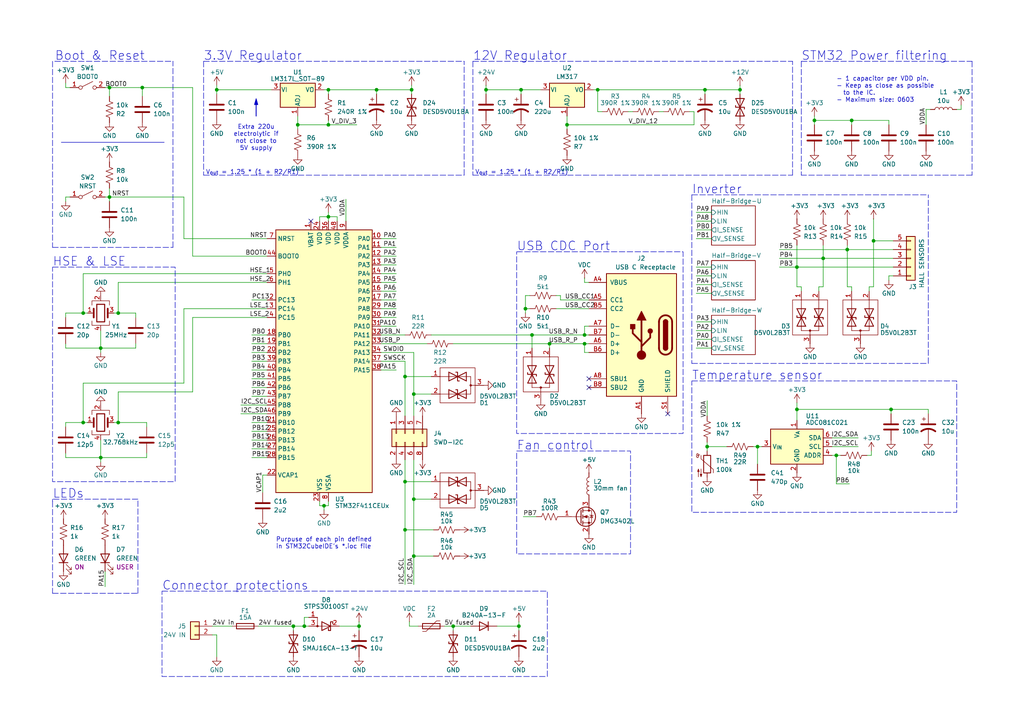
<source format=kicad_sch>
(kicad_sch (version 20231120) (generator "eeschema") (generator_version "8.0")
  (paper "A4")
  (title_block (title "RTSpeed") (date "2024-10-02") (rev "v1.0") (company "Adrián Teixeira de Uña") (comment 1 "https://github.com/AdriTeixeHax"))
  (junction (at 151.13 26.035))
  (junction (at 95.25 26.035))
  (junction (at 120.015 114.3))
  (junction (at 159.385 99.695))
  (junction (at 62.865 26.035))
  (junction (at 258.445 118.745))
  (junction (at 117.475 139.7))
  (junction (at 119.38 26.035))
  (junction (at 31.75 25.4))
  (junction (at 231.14 77.47))
  (junction (at 31.75 57.15))
  (junction (at 238.76 74.93))
  (junction (at 245.745 72.39))
  (junction (at 247.015 34.925))
  (junction (at 24.13 90.805))
  (junction (at 204.47 26.035))
  (junction (at 169.545 97.155))
  (junction (at 253.365 69.85))
  (junction (at 120.015 144.78))
  (junction (at 164.465 36.195))
  (junction (at 95.25 36.195))
  (junction (at 34.29 90.805))
  (junction (at 85.09 181.61))
  (junction (at 169.545 99.695))
  (junction (at 242.57 132.08))
  (junction (at 150.495 181.61))
  (junction (at 29.21 132.715))
  (junction (at 152.4 89.535))
  (junction (at 88.265 181.61))
  (junction (at 219.71 129.54))
  (junction (at 109.22 26.035))
  (junction (at 154.305 97.155))
  (junction (at 205.105 129.54))
  (junction (at 95.25 62.865))
  (junction (at 86.36 36.195))
  (junction (at 24.13 122.555))
  (junction (at 34.29 122.555))
  (junction (at 140.97 26.035))
  (junction (at 104.14 181.61))
  (junction (at 214.63 26.035))
  (junction (at 117.475 153.67))
  (junction (at 231.14 118.745))
  (junction (at 120.015 161.29))
  (junction (at 236.22 34.925))
  (junction (at 131.445 181.61))
  (junction (at 93.98 146.685))
  (junction (at 173.355 26.035))
  (junction (at 41.275 25.4))
  (junction (at 29.21 100.965))
  (junction (at 117.475 109.22))
  (no_connect (at 90.17 64.135))
  (no_connect (at 193.675 120.015))
  (no_connect (at 170.815 109.855))
  (no_connect (at 170.815 112.395))
  (wire (pts (xy 31.75 57.15) (xy 53.34 57.15)))
  (wire (pts (xy 73.025 109.855) (xy 77.47 109.855)))
  (wire (pts (xy 19.05 100.965) (xy 29.21 100.965)))
  (wire (pts (xy 34.29 81.915) (xy 77.47 81.915)))
  (wire (pts (xy 92.71 62.865) (xy 92.71 64.135)))
  (polyline (pts (xy 137.16 17.78) (xy 137.16 50.8)) (stroke (width 0) (type dash)))
  (wire (pts (xy 231.14 118.745) (xy 258.445 118.745)))
  (wire (pts (xy 19.05 132.715) (xy 19.05 131.445)))
  (wire (pts (xy 24.13 111.125) (xy 24.13 122.555)))
  (wire (pts (xy 201.295 32.385) (xy 201.295 36.195)))
  (wire (pts (xy 114.935 76.835) (xy 110.49 76.835)))
  (wire (pts (xy 55.88 25.4) (xy 55.88 74.295)))
  (wire (pts (xy 231.14 77.47) (xy 259.08 77.47)))
  (wire (pts (xy 34.29 90.805) (xy 39.37 90.805)))
  (polyline (pts (xy 281.94 50.8) (xy 232.41 50.8)) (stroke (width 0) (type dash)))
  (wire (pts (xy 104.14 180.34) (xy 104.14 181.61)))
  (wire (pts (xy 110.49 99.695) (xy 123.825 99.695)))
  (wire (pts (xy 278.765 31.75) (xy 277.495 31.75)))
  (wire (pts (xy 29.21 127.635) (xy 29.21 132.715)))
  (wire (pts (xy 19.05 90.805) (xy 19.05 92.075)))
  (wire (pts (xy 62.865 184.15) (xy 62.865 190.5)))
  (wire (pts (xy 120.015 133.35) (xy 120.015 144.78)))
  (wire (pts (xy 19.05 122.555) (xy 24.13 122.555)))
  (wire (pts (xy 19.05 132.715) (xy 29.21 132.715)))
  (wire (pts (xy 144.145 181.61) (xy 150.495 181.61)))
  (wire (pts (xy 252.095 83.185) (xy 253.365 83.185)))
  (wire (pts (xy 31.75 25.4) (xy 41.275 25.4)))
  (wire (pts (xy 245.745 72.39) (xy 259.08 72.39)))
  (wire (pts (xy 201.93 82.55) (xy 206.375 82.55)))
  (wire (pts (xy 93.98 26.035) (xy 95.25 26.035)))
  (wire (pts (xy 245.745 71.12) (xy 245.745 72.39)))
  (polyline (pts (xy 15.24 17.78) (xy 15.24 71.755)) (stroke (width 0) (type dash)))
  (polyline (pts (xy 200.66 105.41) (xy 269.24 105.41)) (stroke (width 0) (type dash)))
  (wire (pts (xy 19.05 90.805) (xy 24.13 90.805)))
  (wire (pts (xy 169.545 99.695) (xy 169.545 102.235)))
  (wire (pts (xy 117.475 153.67) (xy 117.475 169.545)))
  (wire (pts (xy 251.46 132.08) (xy 252.73 132.08)))
  (polyline (pts (xy 15.24 71.755) (xy 50.165 71.755)) (stroke (width 0) (type dash)))
  (wire (pts (xy 31.75 57.15) (xy 31.75 58.42)))
  (wire (pts (xy 117.475 139.7) (xy 125.095 139.7)))
  (wire (pts (xy 247.015 83.185) (xy 247.015 84.455)))
  (wire (pts (xy 34.29 122.555) (xy 42.545 122.555)))
  (wire (pts (xy 231.14 118.745) (xy 231.14 121.92)))
  (wire (pts (xy 110.49 69.215) (xy 114.935 69.215)))
  (wire (pts (xy 201.93 64.135) (xy 206.375 64.135)))
  (polyline (pts (xy 59.055 17.78) (xy 134.62 17.78)) (stroke (width 0) (type dash)))
  (wire (pts (xy 140.97 24.765) (xy 140.97 26.035)))
  (wire (pts (xy 31.75 54.61) (xy 31.75 57.15)))
  (wire (pts (xy 169.545 80.645) (xy 169.545 81.915)))
  (wire (pts (xy 53.34 89.535) (xy 53.34 111.125)))
  (wire (pts (xy 162.56 85.725) (xy 162.56 86.995)))
  (wire (pts (xy 117.475 133.35) (xy 117.475 139.7)))
  (wire (pts (xy 34.29 81.915) (xy 34.29 90.805)))
  (wire (pts (xy 128.905 181.61) (xy 131.445 181.61)))
  (wire (pts (xy 61.595 184.15) (xy 62.865 184.15)))
  (wire (pts (xy 151.765 149.86) (xy 155.575 149.86)))
  (wire (pts (xy 73.025 86.995) (xy 77.47 86.995)))
  (wire (pts (xy 161.29 89.535) (xy 170.815 89.535)))
  (wire (pts (xy 246.38 140.335) (xy 242.57 140.335)))
  (wire (pts (xy 88.265 181.61) (xy 89.535 181.61)))
  (wire (pts (xy 226.06 77.47) (xy 231.14 77.47)))
  (polyline (pts (xy 200.66 56.515) (xy 269.24 56.515)) (stroke (width 0) (type dash)))
  (polyline (pts (xy 269.24 105.41) (xy 269.24 56.515)) (stroke (width 0) (type dash)))
  (wire (pts (xy 85.09 182.88) (xy 85.09 181.61)))
  (wire (pts (xy 140.97 27.305) (xy 140.97 26.035)))
  (wire (pts (xy 243.84 132.08) (xy 242.57 132.08)))
  (wire (pts (xy 236.22 33.655) (xy 236.22 34.925)))
  (wire (pts (xy 120.015 161.29) (xy 120.015 169.545)))
  (wire (pts (xy 120.015 114.3) (xy 125.095 114.3)))
  (wire (pts (xy 154.305 97.155) (xy 169.545 97.155)))
  (wire (pts (xy 95.25 62.865) (xy 92.71 62.865)))
  (wire (pts (xy 252.73 132.08) (xy 252.73 130.81)))
  (wire (pts (xy 20.32 25.4) (xy 19.05 25.4)))
  (wire (pts (xy 241.3 127) (xy 248.92 127)))
  (wire (pts (xy 219.71 134.62) (xy 219.71 129.54)))
  (wire (pts (xy 41.275 25.4) (xy 41.275 27.94)))
  (wire (pts (xy 76.2 137.795) (xy 76.2 142.875)))
  (wire (pts (xy 34.29 113.665) (xy 55.88 113.665)))
  (wire (pts (xy 120.015 102.235) (xy 120.015 114.3)))
  (wire (pts (xy 201.93 80.01) (xy 206.375 80.01)))
  (wire (pts (xy 201.93 66.675) (xy 206.375 66.675)))
  (wire (pts (xy 201.93 98.425) (xy 206.375 98.425)))
  (wire (pts (xy 169.545 97.155) (xy 170.815 97.155)))
  (wire (pts (xy 73.025 99.695) (xy 77.47 99.695)))
  (wire (pts (xy 73.025 102.235) (xy 77.47 102.235)))
  (wire (pts (xy 42.545 132.715) (xy 29.21 132.715)))
  (wire (pts (xy 237.49 83.185) (xy 237.49 84.455)))
  (wire (pts (xy 131.445 181.61) (xy 136.525 181.61)))
  (polyline (pts (xy 15.24 145.415) (xy 15.24 172.085)) (stroke (width 0) (type dash)))
  (wire (pts (xy 161.29 85.725) (xy 162.56 85.725)))
  (wire (pts (xy 150.495 180.34) (xy 150.495 181.61)))
  (wire (pts (xy 214.63 24.765) (xy 214.63 26.035)))
  (wire (pts (xy 164.465 36.195) (xy 164.465 37.465)))
  (polyline (pts (xy 15.24 144.78) (xy 15.24 145.415)) (stroke (width 0) (type dash)))
  (wire (pts (xy 169.545 94.615) (xy 169.545 97.155)))
  (wire (pts (xy 114.935 74.295) (xy 110.49 74.295)))
  (wire (pts (xy 173.355 26.035) (xy 204.47 26.035)))
  (wire (pts (xy 114.935 86.995) (xy 110.49 86.995)))
  (wire (pts (xy 95.25 146.685) (xy 93.98 146.685)))
  (wire (pts (xy 253.365 69.85) (xy 253.365 63.5)))
  (wire (pts (xy 278.765 30.48) (xy 278.765 31.75)))
  (wire (pts (xy 73.025 130.175) (xy 77.47 130.175)))
  (wire (pts (xy 247.015 34.925) (xy 247.015 36.195)))
  (wire (pts (xy 214.63 26.035) (xy 214.63 27.305)))
  (wire (pts (xy 238.76 71.12) (xy 238.76 74.93)))
  (wire (pts (xy 55.88 113.665) (xy 55.88 92.075)))
  (polyline (pts (xy 59.055 50.8) (xy 134.62 50.8)) (stroke (width 0) (type dash)))
  (wire (pts (xy 110.49 102.235) (xy 120.015 102.235)))
  (wire (pts (xy 192.405 32.385) (xy 191.135 32.385)))
  (wire (pts (xy 34.29 90.805) (xy 33.02 90.805)))
  (wire (pts (xy 201.93 61.595) (xy 206.375 61.595)))
  (wire (pts (xy 173.355 32.385) (xy 173.355 26.035)))
  (wire (pts (xy 131.445 99.695) (xy 159.385 99.695)))
  (wire (pts (xy 118.745 180.34) (xy 118.745 181.61)))
  (wire (pts (xy 100.33 57.785) (xy 100.33 64.135)))
  (wire (pts (xy 92.71 146.685) (xy 92.71 145.415)))
  (wire (pts (xy 117.475 104.775) (xy 117.475 109.22)))
  (wire (pts (xy 117.475 109.22) (xy 125.095 109.22)))
  (wire (pts (xy 86.36 36.195) (xy 95.25 36.195)))
  (wire (pts (xy 42.545 132.715) (xy 42.545 131.445)))
  (wire (pts (xy 114.935 71.755) (xy 110.49 71.755)))
  (polyline (pts (xy 50.165 71.755) (xy 50.165 17.78)) (stroke (width 0) (type dash)))
  (wire (pts (xy 170.815 94.615) (xy 169.545 94.615)))
  (wire (pts (xy 62.865 27.305) (xy 62.865 26.035)))
  (wire (pts (xy 73.025 97.155) (xy 77.47 97.155)))
  (wire (pts (xy 24.13 122.555) (xy 25.4 122.555)))
  (wire (pts (xy 170.815 99.695) (xy 169.545 99.695)))
  (wire (pts (xy 119.38 24.765) (xy 119.38 26.035)))
  (wire (pts (xy 152.4 90.805) (xy 152.4 89.535)))
  (wire (pts (xy 30.48 25.4) (xy 31.75 25.4)))
  (wire (pts (xy 89.535 179.07) (xy 88.265 179.07)))
  (wire (pts (xy 88.265 179.07) (xy 88.265 181.61)))
  (wire (pts (xy 120.015 161.29) (xy 125.73 161.29)))
  (wire (pts (xy 201.93 85.09) (xy 206.375 85.09)))
  (wire (pts (xy 118.745 181.61) (xy 121.285 181.61)))
  (wire (pts (xy 151.13 26.035) (xy 151.13 27.305)))
  (wire (pts (xy 95.25 145.415) (xy 95.25 146.685)))
  (wire (pts (xy 238.76 74.93) (xy 259.08 74.93)))
  (wire (pts (xy 159.385 100.965) (xy 159.385 99.695)))
  (wire (pts (xy 61.595 181.61) (xy 67.31 181.61)))
  (wire (pts (xy 117.475 97.155) (xy 110.49 97.155)))
  (wire (pts (xy 119.38 27.305) (xy 119.38 26.035)))
  (polyline (pts (xy 40.005 172.085) (xy 40.005 144.78)) (stroke (width 0) (type dash)))
  (wire (pts (xy 110.49 107.315) (xy 114.935 107.315)))
  (wire (pts (xy 205.105 129.54) (xy 205.105 128.27)))
  (polyline (pts (xy 200.66 56.515) (xy 200.66 105.41)) (stroke (width 0) (type dash)))
  (wire (pts (xy 201.93 77.47) (xy 206.375 77.47)))
  (wire (pts (xy 62.865 24.765) (xy 62.865 26.035)))
  (wire (pts (xy 201.93 93.345) (xy 206.375 93.345)))
  (polyline (pts (xy 137.16 50.8) (xy 229.87 50.8)) (stroke (width 0) (type dash)))
  (polyline (pts (xy 15.875 17.78) (xy 50.165 17.78)) (stroke (width 0) (type dash)))
  (wire (pts (xy 73.025 132.715) (xy 77.47 132.715)))
  (wire (pts (xy 73.025 127.635) (xy 77.47 127.635)))
  (wire (pts (xy 95.25 62.865) (xy 95.25 64.135)))
  (wire (pts (xy 201.93 95.885) (xy 206.375 95.885)))
  (wire (pts (xy 104.14 181.61) (xy 104.14 182.88)))
  (wire (pts (xy 241.3 129.54) (xy 248.92 129.54)))
  (wire (pts (xy 257.81 34.925) (xy 257.81 36.195)))
  (wire (pts (xy 205.105 116.205) (xy 205.105 120.65)))
  (polyline (pts (xy 137.16 17.78) (xy 229.87 17.78)) (stroke (width 0) (type dash)))
  (wire (pts (xy 73.025 107.315) (xy 77.47 107.315)))
  (wire (pts (xy 114.935 94.615) (xy 110.49 94.615)))
  (wire (pts (xy 117.475 153.67) (xy 125.73 153.67)))
  (wire (pts (xy 62.865 26.035) (xy 78.74 26.035)))
  (wire (pts (xy 237.49 83.185) (xy 238.76 83.185)))
  (wire (pts (xy 269.24 120.015) (xy 269.24 118.745)))
  (wire (pts (xy 34.29 122.555) (xy 33.02 122.555)))
  (wire (pts (xy 88.265 181.61) (xy 85.09 181.61)))
  (wire (pts (xy 20.32 57.15) (xy 19.05 57.15)))
  (wire (pts (xy 19.05 100.965) (xy 19.05 99.695)))
  (wire (pts (xy 114.935 84.455) (xy 110.49 84.455)))
  (wire (pts (xy 257.81 80.01) (xy 257.81 81.28)))
  (wire (pts (xy 93.98 147.955) (xy 93.98 146.685)))
  (wire (pts (xy 53.34 69.215) (xy 77.47 69.215)))
  (polyline (pts (xy 229.87 50.8) (xy 229.87 17.78)) (stroke (width 0) (type dash)))
  (wire (pts (xy 219.71 129.54) (xy 220.98 129.54)))
  (wire (pts (xy 232.41 83.185) (xy 231.14 83.185)))
  (wire (pts (xy 30.48 170.18) (xy 30.48 165.735)))
  (wire (pts (xy 245.745 83.185) (xy 247.015 83.185)))
  (wire (pts (xy 258.445 120.015) (xy 258.445 118.745)))
  (polyline (pts (xy 15.24 172.085) (xy 40.005 172.085)) (stroke (width 0) (type dash)))
  (wire (pts (xy 69.85 117.475) (xy 77.47 117.475)))
  (wire (pts (xy 247.015 34.925) (xy 236.22 34.925)))
  (wire (pts (xy 245.745 72.39) (xy 245.745 83.185)))
  (wire (pts (xy 205.105 129.54) (xy 210.82 129.54)))
  (wire (pts (xy 110.49 104.775) (xy 117.475 104.775)))
  (wire (pts (xy 232.41 83.185) (xy 232.41 84.455)))
  (wire (pts (xy 268.605 31.75) (xy 269.875 31.75)))
  (wire (pts (xy 41.275 25.4) (xy 55.88 25.4)))
  (wire (pts (xy 86.36 36.195) (xy 86.36 37.465)))
  (wire (pts (xy 242.57 140.335) (xy 242.57 132.08)))
  (wire (pts (xy 152.4 85.725) (xy 152.4 89.535)))
  (wire (pts (xy 53.34 69.215) (xy 53.34 57.15)))
  (wire (pts (xy 114.935 92.075) (xy 110.49 92.075)))
  (wire (pts (xy 98.425 181.61) (xy 104.14 181.61)))
  (wire (pts (xy 117.475 139.7) (xy 117.475 153.67)))
  (wire (pts (xy 154.305 100.965) (xy 154.305 97.155)))
  (wire (pts (xy 24.13 79.375) (xy 77.47 79.375)))
  (wire (pts (xy 231.14 77.47) (xy 231.14 83.185)))
  (wire (pts (xy 95.25 61.595) (xy 95.25 62.865)))
  (wire (pts (xy 159.385 99.695) (xy 169.545 99.695)))
  (wire (pts (xy 253.365 69.85) (xy 259.08 69.85)))
  (wire (pts (xy 218.44 129.54) (xy 219.71 129.54)))
  (wire (pts (xy 24.13 79.375) (xy 24.13 90.805)))
  (wire (pts (xy 86.36 36.195) (xy 86.36 33.655)))
  (wire (pts (xy 39.37 100.965) (xy 29.21 100.965)))
  (wire (pts (xy 109.22 27.305) (xy 109.22 26.035)))
  (wire (pts (xy 19.05 25.4) (xy 19.05 24.13)))
  (wire (pts (xy 73.025 112.395) (xy 77.47 112.395)))
  (wire (pts (xy 169.545 102.235) (xy 170.815 102.235)))
  (wire (pts (xy 258.445 118.745) (xy 269.24 118.745)))
  (wire (pts (xy 53.34 89.535) (xy 77.47 89.535)))
  (wire (pts (xy 95.25 26.035) (xy 95.25 27.305)))
  (wire (pts (xy 268.605 36.195) (xy 268.605 31.75)))
  (wire (pts (xy 55.88 92.075) (xy 77.47 92.075)))
  (wire (pts (xy 156.845 26.035) (xy 151.13 26.035)))
  (wire (pts (xy 114.935 81.915) (xy 110.49 81.915)))
  (wire (pts (xy 39.37 100.965) (xy 39.37 99.695)))
  (wire (pts (xy 172.085 26.035) (xy 173.355 26.035)))
  (wire (pts (xy 19.05 57.15) (xy 19.05 58.42)))
  (wire (pts (xy 226.06 72.39) (xy 245.745 72.39)))
  (wire (pts (xy 204.47 27.305) (xy 204.47 26.035)))
  (wire (pts (xy 24.13 90.805) (xy 25.4 90.805)))
  (wire (pts (xy 164.465 36.195) (xy 201.295 36.195)))
  (wire (pts (xy 164.465 36.195) (xy 164.465 33.655)))
  (wire (pts (xy 238.76 74.93) (xy 238.76 83.185)))
  (wire (pts (xy 19.05 122.555) (xy 19.05 123.825)))
  (wire (pts (xy 162.56 86.995) (xy 170.815 86.995)))
  (wire (pts (xy 117.475 109.22) (xy 117.475 120.65)))
  (wire (pts (xy 231.14 71.12) (xy 231.14 77.47)))
  (polyline (pts (xy 232.41 17.78) (xy 281.94 17.78)) (stroke (width 0) (type dash)))
  (wire (pts (xy 55.88 74.295) (xy 77.47 74.295)))
  (wire (pts (xy 109.22 26.035) (xy 95.25 26.035)))
  (wire (pts (xy 226.06 74.93) (xy 238.76 74.93)))
  (wire (pts (xy 201.93 69.215) (xy 206.375 69.215)))
  (wire (pts (xy 29.21 132.715) (xy 29.21 133.985)))
  (wire (pts (xy 205.105 130.81) (xy 205.105 129.54)))
  (polyline (pts (xy 17.78 41.275) (xy 47.625 41.275)) (stroke (width 0) (type solid)))
  (wire (pts (xy 140.97 26.035) (xy 151.13 26.035)))
  (wire (pts (xy 120.015 114.3) (xy 120.015 120.65)))
  (wire (pts (xy 77.47 137.795) (xy 76.2 137.795)))
  (wire (pts (xy 30.48 57.15) (xy 31.75 57.15)))
  (wire (pts (xy 39.37 90.805) (xy 39.37 92.075)))
  (wire (pts (xy 53.34 111.125) (xy 24.13 111.125)))
  (wire (pts (xy 201.295 32.385) (xy 200.025 32.385)))
  (polyline (pts (xy 59.055 17.78) (xy 59.055 50.8)) (stroke (width 0) (type dash)))
  (wire (pts (xy 236.22 34.925) (xy 236.22 36.195)))
  (wire (pts (xy 201.93 100.965) (xy 206.375 100.965)))
  (wire (pts (xy 103.505 36.195) (xy 95.25 36.195)))
  (wire (pts (xy 169.545 81.915) (xy 170.815 81.915)))
  (wire (pts (xy 73.025 104.775) (xy 77.47 104.775)))
  (wire (pts (xy 252.095 83.185) (xy 252.095 84.455)))
  (wire (pts (xy 257.81 80.01) (xy 259.08 80.01)))
  (wire (pts (xy 97.79 62.865) (xy 95.25 62.865)))
  (wire (pts (xy 93.98 146.685) (xy 92.71 146.685)))
  (wire (pts (xy 150.495 181.61) (xy 150.495 182.88)))
  (wire (pts (xy 253.365 83.185) (xy 253.365 69.85)))
  (wire (pts (xy 34.29 113.665) (xy 34.29 122.555)))
  (wire (pts (xy 152.4 89.535) (xy 153.67 89.535)))
  (polyline (pts (xy 232.41 17.78) (xy 232.41 50.8)) (stroke (width 0) (type dash)))
  (wire (pts (xy 131.445 182.88) (xy 131.445 181.61)))
  (wire (pts (xy 73.025 122.555) (xy 77.47 122.555)))
  (polyline (pts (xy 281.94 17.78) (xy 281.94 50.8)) (stroke (width 0) (type dash)))
  (wire (pts (xy 31.75 27.94) (xy 31.75 25.4)))
  (wire (pts (xy 173.355 32.385) (xy 174.625 32.385)))
  (polyline (pts (xy 40.005 144.78) (xy 15.24 144.78)) (stroke (width 0) (type dash)))
  (wire (pts (xy 42.545 122.555) (xy 42.545 123.825)))
  (wire (pts (xy 95.25 34.925) (xy 95.25 36.195)))
  (wire (pts (xy 214.63 26.035) (xy 204.47 26.035)))
  (wire (pts (xy 242.57 132.08) (xy 241.3 132.08)))
  (wire (pts (xy 152.4 85.725) (xy 153.67 85.725)))
  (wire (pts (xy 257.81 34.925) (xy 247.015 34.925)))
  (wire (pts (xy 114.935 89.535) (xy 110.49 89.535)))
  (polyline (pts (xy 134.62 50.8) (xy 134.62 17.78)) (stroke (width 0) (type dash)))
  (wire (pts (xy 29.21 95.885) (xy 29.21 100.965)))
  (wire (pts (xy 231.14 116.84) (xy 231.14 118.745)))
  (wire (pts (xy 74.93 181.61) (xy 85.09 181.61)))
  (wire (pts (xy 73.025 114.935) (xy 77.47 114.935)))
  (wire (pts (xy 29.21 100.965) (xy 29.21 102.235)))
  (wire (pts (xy 119.38 26.035) (xy 109.22 26.035)))
  (wire (pts (xy 120.015 144.78) (xy 120.015 161.29)))
  (wire (pts (xy 125.095 97.155) (xy 154.305 97.155)))
  (wire (pts (xy 69.85 120.015) (xy 77.47 120.015)))
  (wire (pts (xy 73.025 125.095) (xy 77.47 125.095)))
  (wire (pts (xy 114.935 79.375) (xy 110.49 79.375)))
  (wire (pts (xy 183.515 32.385) (xy 182.245 32.385)))
  (wire (pts (xy 120.015 144.78) (xy 125.095 144.78)))
  (wire (pts (xy 97.79 62.865) (xy 97.79 64.135)))
  (rectangle (start 149.86 130.81) (end 182.88 160.655) (stroke (width 0) (type dash)))
  (rectangle (start 46.99 171.45) (end 158.75 196.215) (stroke (width 0) (type dash)))
  (rectangle (start 149.86 73.025) (end 198.12 125.73) (stroke (width 0) (type dash)))
  (rectangle (start 200.66 110.49) (end 277.495 148.59) (stroke (width 0) (type dash)))
  (rectangle (start 15.24 77.47) (end 50.8 139.7) (stroke (width 0) (type dash)))
  (text "Fan control" (at 149.86 130.81 0) (effects (font (size 2.54 2.54)) (justify left bottom)))
  (text "V_{out} = 1.25 * (1 + R2/R1)" (at 59.69 50.8 0) (effects (font (size 1.27 1.27)) (justify left bottom)))
  (text "Boot & Reset\n" (at 15.875 17.78 0) (effects (font (size 2.54 2.54)) (justify left bottom)))
  (text "LEDs\n" (at 15.24 144.78 0) (effects (font (size 2.54 2.54)) (justify left bottom)))
  (text "3.3V Regulator" (at 59.055 17.78 0) (effects (font (size 2.54 2.54)) (justify left bottom)))
  (text "STM32 Power filtering" (at 232.41 17.78 0) (effects (font (size 2.54 2.54)) (justify left bottom)))
  (text "Connector protections" (at 46.99 171.45 0) (effects (font (size 2.54 2.54)) (justify left bottom)))
  (text "- 1 capacitor per VDD pin.\n- Keep as close as possible\n  to the IC.\n- Maximum size: 0603" (at 242.57 29.845 0) (effects (font (size 1.27 1.27)) (justify left bottom)))
  (text "Inverter" (at 200.66 56.515 0) (effects (font (size 2.54 2.54)) (justify left bottom)))
  (text "V_{out} = 1.25 * (1 + R2/R1)" (at 137.795 50.8 0) (effects (font (size 1.27 1.27)) (justify left bottom)))
  (text "USB CDC Port\n" (at 149.86 73.025 0) (effects (font (size 2.54 2.54)) (justify left bottom)))
  (text "Temperature sensor" (at 200.66 110.49 0) (effects (font (size 2.54 2.54)) (justify left bottom)))
  (text "12V Regulator" (at 137.16 17.78 0) (effects (font (size 2.54 2.54)) (justify left bottom)))
  (text "HSE & LSE" (at 15.24 77.47 0) (effects (font (size 2.54 2.54)) (justify left bottom)))
  (text "Purpuse of each pin defined\nin STM32CubeIDE's *.ioc file" (at 80.01 159.385 0) (effects (font (size 1.27 1.27)) (justify left bottom)))
  (text "Extra 220u\nelectrolytic if\nnot close to\n5V supply" (at 74.295 40.005 0) (effects (font (size 1.27 1.27))))
  (label "PA0" (at 114.935 69.215 180))
  (label "VDDA" (at 100.33 57.785 270))
  (label "PA9" (at 201.93 61.595 0))
  (label "V_DIV_12" (at 182.245 36.195 0))
  (label "PB12" (at 73.025 125.095 0))
  (label "PB4" (at 226.06 74.93 0))
  (label "PB6" (at 246.38 140.335 180))
  (label "SWSCK" (at 111.125 104.775 0))
  (label "PA8" (at 114.935 89.535 180))
  (label "BOOT0" (at 77.47 74.295 180))
  (label "PA4" (at 201.93 82.55 0))
  (label "PB1" (at 201.93 69.215 0))
  (label "PA5" (at 201.93 85.09 0))
  (label "I2C_SDA" (at 69.85 120.015 0))
  (label "NRST" (at 37.465 57.15 180))
  (label "PB0" (at 73.025 97.155 0))
  (label "PB5" (at 226.06 72.39 0))
  (label "PA6" (at 201.93 80.01 0))
  (label "I2C_SCL" (at 69.85 117.475 0))
  (label "SWDIO" (at 111.125 102.235 0))
  (label "PA1" (at 114.935 71.755 180))
  (label "VDDA" (at 205.105 116.205 270))
  (label "24V fused" (at 74.93 181.61 0))
  (label "PA15" (at 114.935 107.315 180))
  (label "PA3" (at 114.935 76.835 180))
  (label "VDDA" (at 268.605 36.195 90))
  (label "PA0" (at 201.93 98.425 0))
  (label "USB_CC1" (at 163.83 86.995 0))
  (label "PA2" (at 114.935 74.295 180))
  (label "PA7" (at 201.93 77.47 0))
  (label "PA4" (at 114.935 79.375 180))
  (label "PB1" (at 73.025 99.695 0))
  (label "HSE_2" (at 72.39 81.915 0))
  (label "PA8" (at 201.93 64.135 0))
  (label "HSE_1" (at 72.39 79.375 0))
  (label "PB5" (at 73.025 109.855 0))
  (label "PB7" (at 151.765 149.86 0))
  (label "USB_P" (at 116.205 99.695 180))
  (label "USB_R_P" (at 167.64 99.695 180))
  (label "USB_CC2" (at 163.83 89.535 0))
  (label "PA1" (at 201.93 100.965 0))
  (label "I2C_SCL" (at 117.475 169.545 90))
  (label "PB2" (at 73.025 102.235 0))
  (label "PA6" (at 114.935 84.455 180))
  (label "PB14" (at 73.025 130.175 0))
  (label "PA3" (at 201.93 93.345 0))
  (label "PB4" (at 73.025 107.315 0))
  (label "5V fused" (at 128.905 181.61 0))
  (label "PA15" (at 30.48 170.18 90))
  (label "PB10" (at 73.025 122.555 0))
  (label "USB_N" (at 116.205 97.155 180))
  (label "PB15" (at 73.025 132.715 0))
  (label "PB3" (at 73.025 104.775 0))
  (label "I2C_SDA" (at 120.015 169.545 90))
  (label "V_DIV_3" (at 103.505 36.195 180))
  (label "VCAP1" (at 76.2 142.875 90))
  (label "PC13" (at 73.025 86.995 0))
  (label "LSE_1" (at 72.39 89.535 0))
  (label "PA5" (at 114.935 81.915 180))
  (label "I2C_SCL" (at 248.92 129.54 180))
  (label "24V in" (at 61.595 181.61 0))
  (label "USB_R_N" (at 167.64 97.155 180))
  (label "LSE_2" (at 72.39 92.075 0))
  (label "PA10" (at 114.935 94.615 180))
  (label "BOOT0" (at 36.83 25.4 180))
  (label "PB13" (at 73.025 127.635 0))
  (label "PA7" (at 114.935 86.995 180))
  (label "PB6" (at 73.025 112.395 0))
  (label "PB0" (at 201.93 66.675 0))
  (label "PB3" (at 226.06 77.47 0))
  (label "NRST" (at 77.47 69.215 180))
  (label "PA2" (at 201.93 95.885 0))
  (label "I2C_SDA" (at 248.92 127 180))
  (label "PB7" (at 73.025 114.935 0))
  (label "PA9" (at 114.935 92.075 180))
  (symbol (lib_id "Device:R_US") (at 95.25 31.115 0) (unit 1)
    (property "Reference" "R1" (at 97.79 29.8449 0) (effects (justify left)))
    (property "Value" "240R 1%" (at 97.79 32.3849 0) (effects (justify left)))
    (property "Footprint" "Resistor_SMD:R_0603_1608Metric" (effects (hide yes)))
  )
  (symbol (lib_id "Device:D_TVS") (at 119.38 31.115 90) (unit 1)
    (property "Reference" "D24" (at 122.555 29.8449 90) (effects (justify right)))
    (property "Value" "DESD5V0U1BA" (at 122.555 32.3849 90) (effects (justify right)))
    (property "Footprint" "Diode_SMD:D_SOD-323_HandSoldering" (effects (hide yes)))
    (property "Datasheet" "https://www.lcsc.com/datasheet/lcsc_datasheet_2304140030_Diodes-Incorporated-SMAJ16CA-13-F_C134960.pdf" (effects (hide yes)))
    (property "Description" "Bidirectional transient-voltage-suppression diode" (effects (hide yes)))
  )
  (symbol (lib_id "power:GND") (at 156.845 116.205 0) (unit 1)
    (property "Reference" "#PWR034" (effects (hide yes)))
    (property "Value" "GND" (at 156.845 120.015 0))
  )
  (symbol (lib_id "power:GND") (at 31.75 66.04 0) (mirror y) (unit 1)
    (property "Reference" "#PWR024" (effects (hide yes)))
    (property "Value" "GND" (at 31.75 69.85 0))
  )
  (symbol (lib_id "power:GND") (at 93.98 147.955 0) (unit 1)
    (property "Reference" "#PWR046" (effects (hide yes)))
    (property "Value" "GND" (at 93.98 151.765 0))
  )
  (symbol (lib_id "power:VDC") (at 118.745 180.34 0) (unit 1)
    (property "Reference" "#PWR052" (effects (hide yes)))
    (property "Value" "VDC" (at 118.745 176.53 0))
    (property "Description" "Power symbol creates a global label with name \"VDC\"" (effects (hide yes)))
  )
  (symbol (lib_id "Device:R_US") (at 86.36 41.275 0) (unit 1)
    (property "Reference" "R6" (at 88.9 40.0049 0) (effects (justify left)))
    (property "Value" "390R 1%" (at 88.9 42.5449 0) (effects (justify left)))
    (property "Footprint" "Resistor_SMD:R_0603_1608Metric" (effects (hide yes)))
  )
  (symbol (lib_id "Switch:SW_SPST") (at 25.4 25.4 0) (unit 1)
    (property "Reference" "SW1" (at 25.4 19.685 0))
    (property "Value" "BOOT0" (at 25.4 22.225 0))
    (property "Footprint" "Button_Switch_SMD:SW_Push_1P1T_NO_6x6mm_H9.5mm" (effects (hide yes)))
  )
  (symbol (lib_id "power:+24V") (at 104.14 180.34 0) (mirror y) (unit 1)
    (property "Reference" "#PWR051" (effects (hide yes)))
    (property "Value" "+24V" (at 104.14 176.53 0))
    (property "Description" "Power symbol creates a global label with name \"+24V\"" (effects (hide yes)))
  )
  (symbol (lib_id "Device:C") (at 258.445 123.825 0) (unit 1)
    (property "Reference" "C23" (at 261.62 122.5549 0) (effects (justify left)))
    (property "Value" "100n" (at 261.62 125.0949 0) (effects (justify left)))
    (property "Footprint" "Capacitor_SMD:C_0603_1608Metric" (effects (hide yes)))
  )
  (symbol (lib_id "Device:R_US") (at 30.48 154.305 0) (unit 1)
    (property "Reference" "R17" (at 32.385 153.035 0) (effects (justify left)))
    (property "Value" "1k" (at 32.385 155.575 0) (effects (justify left)))
    (property "Footprint" "Resistor_SMD:R_0603_1608Metric" (effects (hide yes)))
  )
  (symbol (lib_id "power:GND") (at 249.555 99.695 0) (unit 1)
    (property "Reference" "#PWR044" (effects (hide yes)))
    (property "Value" "GND" (at 249.555 103.505 0))
  )
  (symbol (lib_id "power:GND") (at 257.81 81.28 0) (unit 1)
    (property "Reference" "#PWR039" (effects (hide yes)))
    (property "Value" "GND" (at 257.81 85.09 0))
  )
  (symbol (lib_id "Device:D_TVS") (at 85.09 186.69 90) (unit 1)
    (property "Reference" "D10" (at 87.63 185.4199 90) (effects (justify right)))
    (property "Value" "SMAJ16CA-13-F" (at 87.63 187.9599 90) (effects (justify right)))
    (property "Footprint" "Diode_SMD:D_SMA" (effects (hide yes)))
    (property "Datasheet" "https://www.lcsc.com/datasheet/lcsc_datasheet_2304140030_Diodes-Incorporated-SMAJ16CA-13-F_C134960.pdf" (effects (hide yes)))
    (property "Description" "Bidirectional transient-voltage-suppression diode" (effects (hide yes)))
  )
  (symbol (lib_id "Device:C") (at 219.71 138.43 0) (unit 1)
    (property "Reference" "C41" (at 223.52 137.1599 0) (effects (justify left)))
    (property "Value" "470p" (at 223.52 139.6999 0) (effects (justify left)))
    (property "Description" "Unpolarized capacitor" (effects (hide yes)))
  )
  (symbol (lib_id "Device:LED") (at 30.48 161.925 90) (unit 1)
    (property "Reference" "D7" (at 33.655 159.385 90) (effects (justify right)))
    (property "Value" "GREEN" (at 33.655 161.925 90) (effects (justify right)))
    (property "Footprint" "LED_SMD:LED_0805_2012Metric" (effects (hide yes)))
    (property "Use" "USER" (at 33.655 164.465 90) (effects (justify right)))
  )
  (symbol (lib_id "power:+3V3") (at 18.415 150.495 0) (unit 1)
    (property "Reference" "#PWR047" (effects (hide yes)))
    (property "Value" "+3V3" (at 18.415 146.685 0))
  )
  (symbol (lib_id "power:GND") (at 131.445 190.5 0) (mirror y) (unit 1)
    (property "Reference" "#PWR057" (effects (hide yes)))
    (property "Value" "GND" (at 131.445 194.31 0))
  )
  (symbol (lib_name "+5V_1") (lib_id "power:+5V") (at 170.815 137.16 0) (unit 1)
    (property "Reference" "#PWR0107" (effects (hide yes)))
    (property "Value" "+5V" (at 170.815 133.35 0))
    (property "Description" "Power symbol creates a global label with name \"+5V\"" (effects (hide yes)))
  )
  (symbol (lib_id "power:GND") (at 268.605 43.815 0) (unit 1)
    (property "Reference" "#PWR018" (effects (hide yes)))
    (property "Value" "GND" (at 268.605 47.625 0))
  )
  (symbol (lib_id "power:GND") (at 62.865 190.5 0) (mirror y) (unit 1)
    (property "Reference" "#PWR054" (effects (hide yes)))
    (property "Value" "GND" (at 62.865 194.31 0))
  )
  (symbol (lib_id "power:GND") (at 151.13 34.925 0) (unit 1)
    (property "Reference" "#PWR011" (effects (hide yes)))
    (property "Value" "GND" (at 151.13 38.735 0))
  )
  (symbol (lib_id "power:+3V3") (at 30.48 150.495 0) (unit 1)
    (property "Reference" "#PWR048" (effects (hide yes)))
    (property "Value" "+3V3" (at 30.48 146.685 0))
  )
  (symbol (lib_name "+3V3_1") (lib_id "power:+3V3") (at 253.365 63.5 0) (unit 1)
    (property "Reference" "#PWR032" (effects (hide yes)))
    (property "Value" "+3V3" (at 251.46 59.69 0) (effects (justify left)))
    (property "Description" "Power symbol creates a global label with name \"+3V3\"" (effects (hide yes)))
  )
  (symbol (lib_id "power:+3V3") (at 119.38 24.765 0) (unit 1)
    (property "Reference" "#PWR03" (effects (hide yes)))
    (property "Value" "+3V3" (at 119.38 20.955 0))
  )
  (symbol (lib_id "power:GND") (at 85.09 190.5 0) (mirror y) (unit 1)
    (property "Reference" "#PWR055" (effects (hide yes)))
    (property "Value" "GND" (at 85.09 194.31 0))
  )
  (symbol (lib_id "Device:R_US") (at 157.48 85.725 90) (unit 1)
    (property "Reference" "R9" (at 157.48 80.645 90))
    (property "Value" "5k1" (at 157.48 83.185 90))
    (property "Footprint" "Resistor_SMD:R_0603_1608Metric" (effects (hide yes)))
  )
  (symbol (lib_id "power:GND") (at 205.105 138.43 0) (unit 1)
    (property "Reference" "#PWR0112" (effects (hide yes)))
    (property "Value" "GND" (at 205.105 142.24 0))
  )
  (symbol (lib_id "power:GND") (at 76.2 150.495 0) (unit 1)
    (property "Reference" "#PWR049" (effects (hide yes)))
    (property "Value" "GND" (at 76.2 154.305 0))
  )
  (symbol (lib_id "Device:R_US") (at 178.435 32.385 90) (unit 1)
    (property "Reference" "R3" (at 178.435 27.94 90))
    (property "Value" "390R 1%" (at 178.435 29.845 90))
    (property "Footprint" "Resistor_SMD:R_0603_1608Metric" (effects (hide yes)))
  )
  (symbol (lib_id "TFG-Brushless-ESC:Dual-TVS") (at 151.765 108.585 90) (unit 1)
    (property "Reference" "D2" (at 159.385 114.935 90) (effects (justify right)))
    (property "Value" "D5V0L2B3T" (at 159.385 116.84 90) (effects (justify right)))
    (property "Footprint" "Package_TO_SOT_SMD:SOT-523" (effects (hide yes)))
  )
  (symbol (lib_id "power:GND") (at 119.38 34.925 0) (unit 1)
    (property "Reference" "#PWR066" (effects (hide yes)))
    (property "Value" "GND" (at 119.38 38.735 0))
  )
  (symbol (lib_id "TFG-Brushless-ESC:Dual-TVS") (at 132.715 137.16 0) (mirror y) (unit 1)
    (property "Reference" "D5" (at 139.065 147.32 0) (effects (justify right)))
    (property "Value" "D5V0L2B3T" (at 139.065 145.415 0) (effects (justify right)))
    (property "Footprint" "Package_TO_SOT_SMD:SOT-523" (effects (hide yes)))
  )
  (symbol (lib_id "Device:C") (at 268.605 40.005 0) (unit 1)
    (property "Reference" "C10" (at 271.78 38.7349 0) (effects (justify left)))
    (property "Value" "100n" (at 271.78 41.2749 0) (effects (justify left)))
    (property "Footprint" "Capacitor_SMD:C_0603_1608Metric" (effects (hide yes)))
  )
  (symbol (lib_id "Device:Fuse") (at 71.12 181.61 90) (unit 1)
    (property "Reference" "F1" (at 71.12 177.165 90))
    (property "Value" "15A" (at 71.12 179.07 90))
    (property "Footprint" "TFG-Brushless-ESC:Fuseholder_Automotive" (effects (hide yes)))
    (property "Datasheet" "https://www.lcsc.com/datasheet/lcsc_datasheet_2410121733_Littelfuse-0297015-WXNV_C151095.pdf" (effects (hide yes)))
    (property "Description" "0297015.WXNV" (effects (hide yes)))
    (property "Holder datasheet" "https://www.lcsc.com/datasheet/lcsc_datasheet_2410121830_XFCN-XF-508P-B-B_C19727305.pdf" (effects (hide yes)))
  )
  (symbol (lib_id "power:GND") (at 258.445 127.635 0) (unit 1)
    (property "Reference" "#PWR0115" (effects (hide yes)))
    (property "Value" "GND" (at 258.445 131.445 0))
  )
  (symbol (lib_id "power:GND") (at 29.21 133.985 0) (unit 1)
    (property "Reference" "#PWR040" (effects (hide yes)))
    (property "Value" "GND" (at 29.21 137.795 0))
  )
  (symbol (lib_id "Device:R_US") (at 31.75 31.75 180) (unit 1)
    (property "Reference" "R2" (at 33.655 33.02 0) (effects (justify right)))
    (property "Value" "10k" (at 33.655 30.48 0) (effects (justify right)))
    (property "Footprint" "Resistor_SMD:R_0603_1608Metric" (effects (hide yes)))
  )
  (symbol (lib_id "power:GND") (at 19.05 58.42 0) (unit 1)
    (property "Reference" "#PWR022" (effects (hide yes)))
    (property "Value" "GND" (at 19.05 62.23 0))
  )
  (symbol (lib_id "power:GND") (at 114.935 133.35 0) (unit 1)
    (property "Reference" "#PWR041" (effects (hide yes)))
    (property "Value" "GND" (at 114.935 137.16 0))
  )
  (symbol (lib_id "power:GND") (at 29.21 117.475 180) (unit 1)
    (property "Reference" "#PWR035" (effects (hide yes)))
    (property "Value" "GND" (at 29.21 113.665 0))
  )
  (symbol (lib_id "Device:R_US") (at 159.385 149.86 90) (unit 1)
    (property "Reference" "R43" (at 159.385 145.415 90))
    (property "Value" "100R" (at 159.385 147.32 90))
    (property "Footprint" "Resistor_SMD:R_0805_2012Metric" (effects (hide yes)))
    (property "Sim.Device" "R" (effects (hide yes)))
    (property "Sim.Pins" "1=+ 2=-" (effects (hide yes)))
  )
  (symbol (lib_name "+5V_1") (lib_id "power:+5V") (at 150.495 180.34 0) (unit 1)
    (property "Reference" "#PWR053" (effects (hide yes)))
    (property "Value" "+5V" (at 150.495 176.53 0))
    (property "Description" "Power symbol creates a global label with name \"+5V\"" (effects (hide yes)))
  )
  (symbol (lib_id "Device:R_US") (at 238.76 67.31 180) (unit 1)
    (property "Reference" "R14" (at 240.665 68.58 0) (effects (justify right)))
    (property "Value" "10k" (at 240.665 66.04 0) (effects (justify right)))
    (property "Footprint" "Resistor_SMD:R_0603_1608Metric" (effects (hide yes)))
  )
  (symbol (lib_id "Device:R_US") (at 129.54 161.29 90) (unit 1)
    (property "Reference" "R46" (at 129.54 156.845 90))
    (property "Value" "10k" (at 129.54 158.75 90))
    (property "Footprint" "Resistor_SMD:R_0603_1608Metric" (effects (hide yes)))
  )
  (symbol (lib_id "Device:C_Polarized_US") (at 104.14 186.69 0) (unit 1)
    (property "Reference" "C17" (at 107.315 185.42 0) (effects (justify left)))
    (property "Value" "10u" (at 107.315 187.96 0) (effects (justify left)))
    (property "Footprint" "Capacitor_SMD:CP_Elec_4x5.4" (effects (hide yes)))
    (property "Sim.Device" "C" (effects (hide yes)))
    (property "Sim.Pins" "1=+ 2=-" (effects (hide yes)))
  )
  (symbol (lib_id "power:GND") (at 29.21 102.235 0) (unit 1)
    (property "Reference" "#PWR028" (effects (hide yes)))
    (property "Value" "GND" (at 29.21 106.045 0))
  )
  (symbol (lib_id "Connector_Generic:Conn_01x05") (at 264.16 74.93 0) (mirror x) (unit 1)
    (property "Reference" "J3" (at 263.525 83.185 0) (effects (justify left)))
    (property "Value" "HALL SENSORS" (at 267.335 69.215 90) (effects (justify left)))
    (property "Footprint" "Connector_JST:JST_PH_S5B-PH-K_1x05_P2.00mm_Horizontal" (effects (hide yes)))
    (property "Description" "Generic connector, single row, 01x05, script generated (kicad-library-utils/schlib/autogen/connector/)" (effects (hide yes)))
  )
  (symbol (lib_id "TFG-Brushless-ESC:Dual-TVS") (at 229.87 92.075 90) (unit 1)
    (property "Reference" "D3" (at 229.235 94.615 90) (effects (justify left)))
    (property "Value" "D5V0L2B3T" (at 229.235 96.52 90) (effects (justify left)))
    (property "Footprint" "Package_TO_SOT_SMD:SOT-523" (effects (hide yes)))
  )
  (symbol (lib_id "Device:R_US") (at 214.63 129.54 270) (unit 1)
    (property "Reference" "R49" (at 214.63 132.08 90))
    (property "Value" "22R" (at 214.63 133.985 90))
    (property "Footprint" "Resistor_SMD:R_0603_1608Metric" (effects (hide yes)))
  )
  (symbol (lib_id "Device:R_US") (at 247.65 132.08 270) (unit 1)
    (property "Reference" "R48" (at 247.65 134.62 90))
    (property "Value" "10k" (at 247.65 136.525 90))
    (property "Footprint" "Resistor_SMD:R_0603_1608Metric" (effects (hide yes)))
  )
  (symbol (lib_id "Device:C_Polarized_US") (at 150.495 186.69 0) (unit 1)
    (property "Reference" "C18" (at 154.305 185.42 0) (effects (justify left)))
    (property "Value" "2u2" (at 154.305 187.96 0) (effects (justify left)))
    (property "Footprint" "Capacitor_SMD:CP_Elec_4x5.4" (effects (hide yes)))
  )
  (symbol (lib_id "power:GND") (at 86.36 45.085 0) (unit 1)
    (property "Reference" "#PWR019" (effects (hide yes)))
    (property "Value" "GND" (at 86.36 48.895 0))
  )
  (symbol (lib_id "Switch:SW_SPST") (at 25.4 57.15 0) (unit 1)
    (property "Reference" "SW2" (at 25.4 51.435 0))
    (property "Value" "NRST" (at 25.4 53.975 0))
    (property "Footprint" "Button_Switch_SMD:SW_Push_1P1T_NO_6x6mm_H9.5mm" (effects (hide yes)))
  )
  (symbol (lib_id "Device:C_Polarized_US") (at 204.47 31.115 0) (unit 1)
    (property "Reference" "C5" (at 208.28 29.845 0) (effects (justify left)))
    (property "Value" "10u" (at 208.28 32.385 0) (effects (justify left)))
    (property "Footprint" "Capacitor_SMD:CP_Elec_4x5.4" (effects (hide yes)))
  )
  (symbol (lib_id "power:+24V") (at 140.97 24.765 0) (unit 1)
    (property "Reference" "#PWR04" (effects (hide yes)))
    (property "Value" "+24V" (at 140.97 20.955 0))
    (property "Description" "Power symbol creates a global label with name \"+24V\"" (effects (hide yes)))
  )
  (symbol (lib_id "power:+3V3") (at 122.555 133.35 180) (unit 1)
    (property "Reference" "#PWR042" (effects (hide yes)))
    (property "Value" "+3V3" (at 122.555 137.16 0))
  )
  (symbol (lib_id "Device:R_US") (at 129.54 153.67 90) (unit 1)
    (property "Reference" "R45" (at 129.54 149.225 90))
    (property "Value" "10k" (at 129.54 151.13 90))
    (property "Footprint" "Resistor_SMD:R_0603_1608Metric" (effects (hide yes)))
  )
  (symbol (lib_id "power:GND") (at 214.63 34.925 0) (unit 1)
    (property "Reference" "#PWR082" (effects (hide yes)))
    (property "Value" "GND" (at 214.63 38.735 0))
  )
  (symbol (lib_id "Device:R_US") (at 164.465 41.275 180) (unit 1)
    (property "Reference" "R7" (at 166.37 42.545 0) (effects (justify right)))
    (property "Value" "10k 1%" (at 166.37 40.005 0) (effects (justify right)))
    (property "Footprint" "Resistor_SMD:R_0603_1608Metric" (effects (hide yes)))
  )
  (symbol (lib_id "power:+3V3") (at 231.14 116.84 0) (unit 1)
    (property "Reference" "#PWR0111" (effects (hide yes)))
    (property "Value" "+3V3" (at 231.14 113.03 0))
  )
  (symbol (lib_id "Device:Crystal_GND24") (at 29.21 122.555 0) (unit 1)
    (property "Reference" "Y2" (at 34.925 126.365 0))
    (property "Value" "32.768kHz" (at 34.925 128.27 0))
    (property "Footprint" "Oscillator:Oscillator_SMD_Abracon_ASE-4Pin_3.2x2.5mm" (effects (hide yes)))
  )
  (symbol (lib_id "power:GND") (at 231.14 137.16 0) (unit 1)
    (property "Reference" "#PWR0113" (effects (hide yes)))
    (property "Value" "GND" (at 231.14 140.97 0))
  )
  (symbol (lib_id "power:GND") (at 140.335 142.24 90) (unit 1)
    (property "Reference" "#PWR045" (effects (hide yes)))
    (property "Value" "GND" (at 144.78 142.24 90))
  )
  (symbol (lib_id "Device:L") (at 273.685 31.75 90) (unit 1)
    (property "Reference" "L1" (at 273.685 26.67 90))
    (property "Value" "10u" (at 273.685 29.21 90))
    (property "Footprint" "Inductor_SMD:L_0805_2012Metric" (effects (hide yes)))
  )
  (symbol (lib_id "Device:R_US") (at 187.325 32.385 90) (unit 1)
    (property "Reference" "R4" (at 187.325 27.94 90))
    (property "Value" "390R 1%" (at 187.325 29.845 90))
    (property "Footprint" "Resistor_SMD:R_0603_1608Metric" (effects (hide yes)))
  )
  (symbol (lib_id "Device:D_TVS") (at 131.445 186.69 90) (unit 1)
    (property "Reference" "D11" (at 134.62 185.4199 90) (effects (justify right)))
    (property "Value" "DESD5V0U1BA" (at 134.62 187.9599 90) (effects (justify right)))
    (property "Footprint" "Diode_SMD:D_SOD-323_HandSoldering" (effects (hide yes)))
    (property "Datasheet" "https://www.lcsc.com/datasheet/lcsc_datasheet_2304140030_Diodes-Incorporated-SMAJ16CA-13-F_C134960.pdf" (effects (hide yes)))
    (property "Description" "Bidirectional transient-voltage-suppression diode" (effects (hide yes)))
  )
  (symbol (lib_id "Device:C") (at 236.22 40.005 0) (unit 1)
    (property "Reference" "C7" (at 239.395 38.7349 0) (effects (justify left)))
    (property "Value" "100n" (at 239.395 41.2749 0) (effects (justify left)))
    (property "Footprint" "Capacitor_SMD:C_0603_1608Metric" (effects (hide yes)))
  )
  (symbol (lib_id "Device:C") (at 247.015 40.005 0) (unit 1)
    (property "Reference" "C8" (at 250.19 38.7349 0) (effects (justify left)))
    (property "Value" "100n" (at 250.19 41.2749 0) (effects (justify left)))
    (property "Footprint" "Capacitor_SMD:C_0603_1608Metric" (effects (hide yes)))
  )
  (symbol (lib_id "power:GND") (at 31.75 35.56 0) (mirror y) (unit 1)
    (property "Reference" "#PWR013" (effects (hide yes)))
    (property "Value" "GND" (at 31.75 39.37 0))
  )
  (symbol (lib_id "Device:R_US") (at 127.635 99.695 90) (unit 1)
    (property "Reference" "R12" (at 127.635 102.235 90))
    (property "Value" "22R" (at 127.635 104.775 90))
    (property "Footprint" "Resistor_SMD:R_0603_1608Metric" (effects (hide yes)))
  )
  (symbol (lib_id "Device:D_TVS") (at 214.63 31.115 90) (unit 1)
    (property "Reference" "D25" (at 217.805 29.8449 90) (effects (justify right)))
    (property "Value" "DESD5V0U1BA" (at 217.805 32.3849 90) (effects (justify right)))
    (property "Footprint" "Diode_SMD:D_SOD-323_HandSoldering" (effects (hide yes)))
    (property "Datasheet" "https://www.lcsc.com/datasheet/lcsc_datasheet_2304140030_Diodes-Incorporated-SMAJ16CA-13-F_C134960.pdf" (effects (hide yes)))
    (property "Description" "Bidirectional transient-voltage-suppression diode" (effects (hide yes)))
  )
  (symbol (lib_id "power:+5V") (at 62.865 24.765 0) (unit 1)
    (property "Reference" "#PWR02" (effects (hide yes)))
    (property "Value" "+5V" (at 62.865 20.955 0))
  )
  (symbol (lib_id "Diode:1N4148W") (at 140.335 181.61 180) (unit 1)
    (property "Reference" "D9" (at 140.335 176.53 0))
    (property "Value" "B240A-13-F" (at 140.335 178.435 0))
    (property "Footprint" "Diode_SMD:D_SMA" (effects (hide yes)))
    (property "Datasheet" "https://www.vishay.com/docs/85748/1n4148w.pdf" (effects (hide yes)))
    (property "Description" "75V 0.15A Fast Switching Diode, SOD-123" (effects (hide yes)))
    (property "Sim.Device" "D" (effects (hide yes)))
    (property "Sim.Pins" "1=K 2=A" (effects (hide yes)))
  )
  (symbol (lib_id "Analog_ADC:ADC101C021CIMK") (at 231.14 129.54 0) (unit 1)
    (property "Reference" "U11" (at 233.68 120.65 0) (effects (justify left)))
    (property "Value" "ADC081C021" (at 233.68 122.555 0) (effects (justify left)))
    (property "Footprint" "Package_TO_SOT_SMD:SOT-23-6" (effects (hide yes)))
    (property "Datasheet" "https://www.lcsc.com/datasheet/lcsc_datasheet_2410010331_Texas-Instruments-ADC081C021CIMK-NOPB_C181423.pdf" (effects (hide yes)))
    (property "Description" "C181423" (effects (hide yes)))
  )
  (symbol (lib_id "MCU_ST_STM32F4:STM32F411CEUx") (at 92.71 104.775 0) (unit 1)
    (property "Reference" "U3" (at 97.155 144.78 0) (effects (justify left)))
    (property "Value" "STM32F411CEUx" (at 97.155 146.685 0) (effects (justify left)))
    (property "Footprint" "Package_DFN_QFN:QFN-48-1EP_7x7mm_P0.5mm_EP5.6x5.6mm" (effects (hide yes)))
    (property "Datasheet" "https://www.st.com/resource/en/datasheet/stm32f411ce.pdf" (effects (hide yes)))
  )
  (symbol (lib_id "power:+3V3") (at 278.765 30.48 0) (unit 1)
    (property "Reference" "#PWR06" (effects (hide yes)))
    (property "Value" "+3V3" (at 278.765 26.67 0))
  )
  (symbol (lib_id "power:GND") (at 204.47 34.925 0) (unit 1)
    (property "Reference" "#PWR012" (effects (hide yes)))
    (property "Value" "GND" (at 204.47 38.735 0))
  )
  (symbol (lib_id "power:GND") (at 219.71 142.24 0) (unit 1)
    (property "Reference" "#PWR0117" (effects (hide yes)))
    (property "Value" "GND" (at 219.71 146.05 0))
  )
  (symbol (lib_id "power:GND") (at 140.335 111.76 90) (unit 1)
    (property "Reference" "#PWR033" (effects (hide yes)))
    (property "Value" "GND" (at 144.78 111.76 90))
  )
  (symbol (lib_id "Device:C") (at 31.75 62.23 180) (unit 1)
    (property "Reference" "C11" (at 34.925 60.9599 0) (effects (justify right)))
    (property "Value" "100n" (at 34.925 63.4999 0) (effects (justify right)))
    (property "Footprint" "Capacitor_SMD:C_0603_1608Metric" (effects (hide yes)))
  )
  (symbol (lib_id "power:GND") (at 234.95 99.695 0) (unit 1)
    (property "Reference" "#PWR043" (effects (hide yes)))
    (property "Value" "GND" (at 234.95 103.505 0))
  )
  (symbol (lib_id "Device:Crystal_GND24") (at 29.21 90.805 0) (unit 1)
    (property "Reference" "Y1" (at 33.655 94.615 0))
    (property "Value" "25MHz" (at 33.655 97.155 0))
    (property "Footprint" "Oscillator:Oscillator_SMD_Abracon_ASE-4Pin_3.2x2.5mm" (effects (hide yes)))
  )
  (symbol (lib_id "power:GND") (at 152.4 90.805 0) (unit 1)
    (property "Reference" "#PWR027" (effects (hide yes)))
    (property "Value" "GND" (at 152.4 94.615 0))
  )
  (symbol (lib_id "power:GND") (at 170.815 154.94 0) (unit 1)
    (property "Reference" "#PWR0108" (effects (hide yes)))
    (property "Value" "GND" (at 170.815 158.75 0))
  )
  (symbol (lib_id "Connector_Generic:Conn_02x04_Odd_Even") (at 117.475 125.73 90) (mirror x) (unit 1)
    (property "Reference" "J4" (at 125.73 125.7299 90) (effects (justify right)))
    (property "Value" "SWD-I2C" (at 125.73 128.2699 90) (effects (justify right)))
    (property "Footprint" "Connector_PinHeader_2.54mm:PinHeader_2x04_P2.54mm_Horizontal" (effects (hide yes)))
    (property "Description" "Generic connector, double row, 02x04, odd/even pin numbering scheme (row 1 odd numbers, row 2 even numbers), script generated (kicad-library-utils/schlib/autogen/connector/)" (effects (hide yes)))
  )
  (symbol (lib_id "power:+3V3") (at 236.22 33.655 0) (unit 1)
    (property "Reference" "#PWR07" (effects (hide yes)))
    (property "Value" "+3V3" (at 236.22 29.845 0))
  )
  (symbol (lib_id "Device:R_US") (at 231.14 67.31 180) (unit 1)
    (property "Reference" "R13" (at 233.045 68.58 0) (effects (justify right)))
    (property "Value" "10k" (at 233.045 66.04 0) (effects (justify right)))
    (property "Footprint" "Resistor_SMD:R_0603_1608Metric" (effects (hide yes)))
  )
  (symbol (lib_id "power:+3V3") (at 133.35 153.67 270) (unit 1)
    (property "Reference" "#PWR098" (effects (hide yes)))
    (property "Value" "+3V3" (at 138.43 153.67 90))
  )
  (symbol (lib_id "Device:R_US") (at 18.415 154.305 0) (unit 1)
    (property "Reference" "R16" (at 20.32 153.035 0) (effects (justify left)))
    (property "Value" "1k" (at 20.32 155.575 0) (effects (justify left)))
    (property "Footprint" "Resistor_SMD:R_0603_1608Metric" (effects (hide yes)))
  )
  (symbol (lib_id "Device:C_Polarized_US") (at 269.24 123.825 0) (unit 1)
    (property "Reference" "C32" (at 273.05 122.555 0) (effects (justify left)))
    (property "Value" "10u" (at 273.05 125.095 0) (effects (justify left)))
    (property "Footprint" "Capacitor_SMD:CP_Elec_4x5.4" (effects (hide yes)))
  )
  (symbol (lib_id "power:GND") (at 150.495 190.5 0) (mirror y) (unit 1)
    (property "Reference" "#PWR058" (effects (hide yes)))
    (property "Value" "GND" (at 150.495 194.31 0))
  )
  (symbol (lib_id "power:GND") (at 186.055 120.015 0) (unit 1)
    (property "Reference" "#PWR036" (effects (hide yes)))
    (property "Value" "GND" (at 186.055 123.825 0))
  )
  (symbol (lib_name "+3V3_1") (lib_id "power:+3V3") (at 245.745 63.5 0) (unit 1)
    (property "Reference" "#PWR031" (effects (hide yes)))
    (property "Value" "+3V3" (at 243.84 59.69 0) (effects (justify left)))
    (property "Description" "Power symbol creates a global label with name \"+3V3\"" (effects (hide yes)))
  )
  (symbol (lib_id "Device:LED") (at 18.415 161.925 90) (unit 1)
    (property "Reference" "D6" (at 21.59 159.385 90) (effects (justify right)))
    (property "Value" "GREEN" (at 21.59 161.925 90) (effects (justify right)))
    (property "Footprint" "LED_SMD:LED_0805_2012Metric" (effects (hide yes)))
    (property "Use" "ON" (at 21.59 164.465 90) (effects (justify right)))
  )
  (symbol (lib_id "Transistor_FET:DMG3402L") (at 168.275 149.86 0) (unit 1)
    (property "Reference" "Q7" (at 173.99 148.5899 0) (effects (justify left)))
    (property "Value" "DMG3402L" (at 173.99 151.1299 0) (effects (justify left)))
    (property "Footprint" "Package_TO_SOT_SMD:SOT-23" (effects (hide yes)))
    (property "Datasheet" "http://www.diodes.com/assets/Datasheets/DMG3402L.pdf" (effects (hide yes)))
    (property "Description" "4A Id, 30V Vds, N-Channel MOSFET, SOT-23" (effects (hide yes)))
  )
  (symbol (lib_id "Device:C_Polarized_US") (at 151.13 31.115 0) (unit 1)
    (property "Reference" "C4" (at 154.94 29.845 0) (effects (justify left)))
    (property "Value" "220u" (at 154.94 32.385 0) (effects (justify left)))
    (property "Footprint" "Capacitor_SMD:CP_Elec_4x5.4" (effects (hide yes)))
  )
  (symbol (lib_id "power:+3V3") (at 31.75 46.99 0) (unit 1)
    (property "Reference" "#PWR021" (effects (hide yes)))
    (property "Value" "+3V3" (at 31.75 43.18 0))
  )
  (symbol (lib_id "power:GND") (at 236.22 43.815 0) (unit 1)
    (property "Reference" "#PWR015" (effects (hide yes)))
    (property "Value" "GND" (at 236.22 47.625 0))
  )
  (symbol (lib_id "power:GND") (at 114.935 120.65 180) (unit 1)
    (property "Reference" "#PWR037" (effects (hide yes)))
    (property "Value" "GND" (at 114.935 116.84 0))
  )
  (symbol (lib_id "power:GND") (at 164.465 45.085 0) (unit 1)
    (property "Reference" "#PWR020" (effects (hide yes)))
    (property "Value" "GND" (at 164.465 48.895 0))
  )
  (symbol (lib_id "TFG-Brushless-ESC:Dual-TVS") (at 132.715 106.68 0) (mirror y) (unit 1)
    (property "Reference" "D1" (at 139.065 116.84 0) (effects (justify right)))
    (property "Value" "D5V0L2B3T" (at 139.065 114.935 0) (effects (justify right)))
    (property "Footprint" "Package_TO_SOT_SMD:SOT-523" (effects (hide yes)))
  )
  (symbol (lib_id "power:+3V3") (at 19.05 24.13 0) (mirror y) (unit 1)
    (property "Reference" "#PWR01" (effects (hide yes)))
    (property "Value" "+3V3" (at 19.05 20.32 0))
  )
  (symbol (lib_id "Device:C") (at 76.2 146.685 0) (unit 1)
    (property "Reference" "C16" (at 79.375 145.415 0) (effects (justify left)))
    (property "Value" "2u2" (at 79.375 147.955 0) (effects (justify left)))
    (property "Footprint" "Capacitor_SMD:C_0603_1608Metric" (effects (hide yes)))
  )
  (symbol (lib_id "Device:Thermistor_NTC") (at 205.105 134.62 0) (unit 1)
    (property "Reference" "TH1" (at 207.645 133.6674 0) (effects (justify left)))
    (property "Value" "100k" (at 207.645 136.2074 0) (effects (justify left)))
    (property "Footprint" "Connector_PinHeader_1.00mm:PinHeader_1x02_P1.00mm_Vertical" (effects (hide yes)))
    (property "Datasheet" "https://www.electronicaembajadores.com/datos/pdf1/ss/sste/sstentc_series.pdf" (effects (hide yes)))
    (property "Description" "Temperature dependent resistor, negative temperature coefficient" (effects (hide yes)))
  )
  (symbol (lib_id "Device:C") (at 140.97 31.115 0) (unit 1)
    (property "Reference" "C3" (at 144.145 29.8449 0) (effects (justify left)))
    (property "Value" "100n" (at 144.145 32.3849 0) (effects (justify left)))
    (property "Footprint" "Capacitor_SMD:C_0603_1608Metric" (effects (hide yes)))
  )
  (symbol (lib_name "+3V3_1") (lib_id "power:+3V3") (at 238.76 63.5 0) (unit 1)
    (property "Reference" "#PWR030" (effects (hide yes)))
    (property "Value" "+3V3" (at 236.855 59.69 0) (effects (justify left)))
    (property "Description" "Power symbol creates a global label with name \"+3V3\"" (effects (hide yes)))
  )
  (symbol (lib_id "power:+3V3") (at 252.73 130.81 0) (unit 1)
    (property "Reference" "#PWR0114" (effects (hide yes)))
    (property "Value" "+3V3" (at 252.73 127 0))
  )
  (symbol (lib_id "power:+3V3") (at 95.25 61.595 0) (unit 1)
    (property "Reference" "#PWR023" (effects (hide yes)))
    (property "Value" "+3V3" (at 95.25 57.785 0))
  )
  (symbol (lib_name "+3V3_1") (lib_id "power:+3V3") (at 231.14 63.5 0) (unit 1)
    (property "Reference" "#PWR029" (effects (hide yes)))
    (property "Value" "+3V3" (at 229.235 59.69 0) (effects (justify left)))
    (property "Description" "Power symbol creates a global label with name \"+3V3\"" (effects (hide yes)))
  )
  (symbol (lib_id "Connector:USB_C_Receptacle_USB2.0_16P") (at 186.055 97.155 0) (mirror y) (unit 1)
    (property "Reference" "J2" (at 184.785 74.93 0) (effects (justify right)))
    (property "Value" "USB C Receptacle" (at 178.435 77.47 0) (effects (justify right)))
    (property "Footprint" "Connector_USB:USB_C_Receptacle_XKB_U262-16XN-4BVC11" (effects (hide yes)))
    (property "Datasheet" "https://www.usb.org/sites/default/files/documents/usb_type-c.zip" (effects (hide yes)))
  )
  (symbol (lib_id "TFG-Brushless-ESC:Dual-TVS") (at 244.475 92.075 90) (unit 1)
    (property "Reference" "D4" (at 255.27 94.615 90) (effects (justify right)))
    (property "Value" "D5V0L2B3T" (at 255.27 96.52 90) (effects (justify right)))
    (property "Footprint" "Package_TO_SOT_SMD:SOT-523" (effects (hide yes)))
  )
  (symbol (lib_id "Device:C") (at 42.545 127.635 0) (unit 1)
    (property "Reference" "C15" (at 45.72 126.3649 0) (effects (justify left)))
    (property "Value" "12p5" (at 45.72 128.9049 0) (effects (justify left)))
    (property "Footprint" "Capacitor_SMD:C_0603_1608Metric" (effects (hide yes)))
  )
  (symbol (lib_id "power:GND") (at 269.24 127.635 0) (unit 1)
    (property "Reference" "#PWR0116" (effects (hide yes)))
    (property "Value" "GND" (at 269.24 131.445 0))
  )
  (symbol (lib_id "power:GND") (at 18.415 165.735 0) (unit 1)
    (property "Reference" "#PWR050" (effects (hide yes)))
    (property "Value" "GND" (at 18.415 169.545 0))
  )
  (symbol (lib_id "power:VDC") (at 169.545 80.645 0) (unit 1)
    (property "Reference" "#PWR025" (effects (hide yes)))
    (property "Value" "VDC" (at 169.545 76.835 0))
    (property "Description" "Power symbol creates a global label with name \"VDC\"" (effects (hide yes)))
  )
  (symbol (lib_id "Device:R_US") (at 205.105 124.46 180) (unit 1)
    (property "Reference" "R47" (at 207.645 125.73 0) (effects (justify right)))
    (property "Value" "10k 1%" (at 207.645 123.19 0) (effects (justify right)))
    (property "Footprint" "Resistor_SMD:R_0603_1608Metric" (effects (hide yes)))
  )
  (symbol (lib_id "power:GND") (at 140.97 34.925 0) (unit 1)
    (property "Reference" "#PWR010" (effects (hide yes)))
    (property "Value" "GND" (at 140.97 38.735 0))
  )
  (symbol (lib_id "Connector_Generic:Conn_01x02") (at 56.515 181.61 0) (mirror y) (unit 1)
    (property "Reference" "J5" (at 53.975 181.61 0) (effects (justify left)))
    (property "Value" "24V IN" (at 53.975 184.15 0) (effects (justify left)))
    (property "Footprint" "Connector_Phoenix_MSTB:PhoenixContact_MSTBA_2,5_2-G-5,08_1x02_P5.08mm_Horizontal" (effects (hide yes)))
    (property "Datasheet" "https://www.lcsc.com/datasheet/lcsc_datasheet_2408130957_Ningbo-Kangnex-Elec-WJ2EDGRC-5-08-2P_C3697.pdf" (effects (hide yes)))
    (property "Description" "C3697" (effects (hide yes)))
  )
  (symbol (lib_id "Device:D_Schottky_AKA") (at 94.615 181.61 0) (mirror y) (unit 1)
    (property "Reference" "D8" (at 94.615 173.99 0))
    (property "Value" "STPS30100ST" (at 94.615 175.895 0))
    (property "Footprint" "Package_TO_SOT_THT:TO-220-3_Vertical" (effects (hide yes)))
    (property "Datasheet" "https://www.lcsc.com/datasheet/lcsc_datasheet_2410121846_Vishay-Intertech-VF30100S-E3-4W_C3759118.pdf" (effects (hide yes)))
    (property "Description" "Schottky diode, anode on pins 1 and 3" (effects (hide yes)))
  )
  (symbol (lib_id "power:+3V3") (at 122.555 120.65 0) (unit 1)
    (property "Reference" "#PWR038" (effects (hide yes)))
    (property "Value" "+3V3" (at 122.555 116.84 0))
  )
  (symbol (lib_id "power:+3V3") (at 133.35 161.29 270) (unit 1)
    (property "Reference" "#PWR0110" (effects (hide yes)))
    (property "Value" "+3V3" (at 138.43 161.29 90))
  )
  (symbol (lib_id "power:GND") (at 257.81 43.815 0) (unit 1)
    (property "Reference" "#PWR017" (effects (hide yes)))
    (property "Value" "GND" (at 257.81 47.625 0))
  )
  (symbol (lib_id "power:+12V") (at 214.63 24.765 0) (unit 1)
    (property "Reference" "#PWR05" (effects (hide yes)))
    (property "Value" "+12V" (at 214.63 20.955 0))
    (property "Description" "Power symbol creates a global label with name \"+12V\"" (effects (hide yes)))
  )
  (symbol (lib_id "Device:C") (at 19.05 127.635 0) (unit 1)
    (property "Reference" "C14" (at 22.225 126.365 0) (effects (justify left)))
    (property "Value" "12p5" (at 22.225 128.905 0) (effects (justify left)))
    (property "Footprint" "Capacitor_SMD:C_0603_1608Metric" (effects (hide yes)))
  )
  (symbol (lib_id "Device:C") (at 62.865 31.115 0) (unit 1)
    (property "Reference" "C1" (at 66.04 29.8449 0) (effects (justify left)))
    (property "Value" "100n" (at 66.04 32.3849 0) (effects (justify left)))
    (property "Footprint" "Capacitor_SMD:C_0603_1608Metric" (effects (hide yes)))
  )
  (symbol (lib_id "Device:C") (at 257.81 40.005 0) (unit 1)
    (property "Reference" "C9" (at 260.985 38.7349 0) (effects (justify left)))
    (property "Value" "100n" (at 260.985 41.2749 0) (effects (justify left)))
    (property "Footprint" "Capacitor_SMD:C_0603_1608Metric" (effects (hide yes)))
  )
  (symbol (lib_id "Device:C") (at 39.37 95.885 0) (unit 1)
    (property "Reference" "C13" (at 42.545 94.6149 0) (effects (justify left)))
    (property "Value" "20p" (at 42.545 97.1549 0) (effects (justify left)))
    (property "Footprint" "Capacitor_SMD:C_0603_1608Metric" (effects (hide yes)))
  )
  (symbol (lib_id "Device:R_US") (at 31.75 50.8 0) (unit 1)
    (property "Reference" "R8" (at 33.655 49.53 0) (effects (justify left)))
    (property "Value" "10k" (at 33.655 52.07 0) (effects (justify left)))
    (property "Footprint" "Resistor_SMD:R_0603_1608Metric" (effects (hide yes)))
  )
  (symbol (lib_id "power:GND") (at 109.22 34.925 0) (unit 1)
    (property "Reference" "#PWR09" (effects (hide yes)))
    (property "Value" "GND" (at 109.22 38.735 0))
  )
  (symbol (lib_id "Device:L") (at 170.815 140.97 180) (unit 1)
    (property "Reference" "L2" (at 172.085 139.7 0) (effects (justify right)))
    (property "Value" "30mm fan" (at 172.085 141.605 0) (effects (justify right)))
    (property "Footprint" "Connector_PinHeader_1.00mm:PinHeader_1x02_P1.00mm_Vertical" (effects (hide yes)))
    (property "Description" "Inductor" (effects (hide yes)))
  )
  (symbol (lib_id "Device:C") (at 41.275 31.75 180) (unit 1)
    (property "Reference" "C6" (at 44.45 30.4799 0) (effects (justify right)))
    (property "Value" "100n" (at 44.45 33.0199 0) (effects (justify right)))
    (property "Footprint" "Capacitor_SMD:C_0603_1608Metric" (effects (hide yes)))
  )
  (symbol (lib_id "Device:R_US") (at 196.215 32.385 90) (unit 1)
    (property "Reference" "R5" (at 196.215 27.94 90))
    (property "Value" "390R 1%" (at 196.215 29.845 90))
    (property "Footprint" "Resistor_SMD:R_0603_1608Metric" (effects (hide yes)))
  )
  (symbol (lib_id "Device:C") (at 19.05 95.885 0) (unit 1)
    (property "Reference" "C12" (at 22.225 94.6149 0) (effects (justify left)))
    (property "Value" "20p" (at 22.225 97.1549 0) (effects (justify left)))
    (property "Footprint" "Capacitor_SMD:C_0603_1608Metric" (effects (hide yes)))
  )
  (symbol (lib_id "power:GND") (at 41.275 35.56 0) (mirror y) (unit 1)
    (property "Reference" "#PWR014" (effects (hide yes)))
    (property "Value" "GND" (at 41.275 39.37 0))
  )
  (symbol (lib_id "power:GND") (at 62.865 34.925 0) (unit 1)
    (property "Reference" "#PWR08" (effects (hide yes)))
    (property "Value" "GND" (at 62.865 38.735 0))
  )
  (symbol (lib_id "Device:R_US") (at 121.285 97.155 90) (unit 1)
    (property "Reference" "R11" (at 121.285 92.075 90))
    (property "Value" "22R" (at 121.285 94.615 90))
    (property "Footprint" "Resistor_SMD:R_0603_1608Metric" (effects (hide yes)))
  )
  (symbol (lib_id "Device:C_Polarized_US") (at 109.22 31.115 0) (unit 1)
    (property "Reference" "C2" (at 113.03 29.845 0) (effects (justify left)))
    (property "Value" "10u" (at 113.03 32.385 0) (effects (justify left)))
    (property "Footprint" "Capacitor_SMD:CP_Elec_4x5.4" (effects (hide yes)))
  )
  (symbol (lib_id "Graphic:SYM_Arrow_Normal") (at 74.295 31.115 90) (unit 1) (exclude_from_sim yes) (in_bom no) (on_board no)
    (property "Reference" "#SYM1" (effects (hide yes)))
    (property "Value" "SYM_Arrow_Normal" (effects (hide yes)))
    (property "Description" "Filled arrow, 200mil" (effects (hide yes)))
  )
  (symbol (lib_id "Device:Polyfuse") (at 125.095 181.61 90) (unit 1)
    (property "Reference" "F2" (at 125.095 176.53 90))
    (property "Value" "2A" (at 125.095 178.435 90))
    (property "Footprint" "Fuse:Fuse_1812_4532Metric" (effects (hide yes)))
    (property "Datasheet" "https://www.littelfuse.com/assetdocs/littelfuse_ptc_minismdc_datasheet?assetguid=3ed735aa-64ed-43a6-bc20-610590bc99c6" (effects (hide yes)))
    (property "Description" "RF1406-000" (effects (hide yes)))
  )
  (symbol (lib_id "Regulator_Linear:LM317L_SOT-89") (at 86.36 26.035 0) (unit 1)
    (property "Reference" "U1" (at 86.36 20.955 0))
    (property "Value" "LM317L_SOT-89" (at 86.36 22.86 0))
    (property "Footprint" "Package_TO_SOT_SMD:SOT-89-3" (effects (hide yes)))
    (property "Datasheet" "http://www.ti.com/lit/ds/symlink/lm317l.pdf" (effects (hide yes)))
    (property "Description" "100mA 35V Adjustable Linear Regulator, SOT-89" (effects (hide yes)))
  )
  (symbol (lib_id "Device:R_US") (at 245.745 67.31 180) (unit 1)
    (property "Reference" "R15" (at 247.65 68.58 0) (effects (justify right)))
    (property "Value" "10k" (at 247.65 66.04 0) (effects (justify right)))
    (property "Footprint" "Resistor_SMD:R_0603_1608Metric" (effects (hide yes)))
  )
  (symbol (lib_id "power:GND") (at 29.21 85.725 180) (unit 1)
    (property "Reference" "#PWR026" (effects (hide yes)))
    (property "Value" "GND" (at 29.21 81.915 0))
  )
  (symbol (lib_id "power:GND") (at 247.015 43.815 0) (unit 1)
    (property "Reference" "#PWR016" (effects (hide yes)))
    (property "Value" "GND" (at 247.015 47.625 0))
  )
  (symbol (lib_id "Regulator_Linear:LM317_TO-220") (at 164.465 26.035 0) (unit 1)
    (property "Reference" "U2" (at 164.465 19.685 0))
    (property "Value" "LM317" (at 164.465 22.225 0))
    (property "Footprint" "Package_TO_SOT_THT:TO-220-3_Vertical" (effects (hide yes)))
    (property "Datasheet" "http://www.ti.com/lit/ds/symlink/lm317.pdf" (effects (hide yes)))
  )
  (symbol (lib_id "Device:R_US") (at 157.48 89.535 90) (unit 1)
    (property "Reference" "R10" (at 157.48 92.075 90))
    (property "Value" "5k1" (at 157.48 94.615 90))
    (property "Footprint" "Resistor_SMD:R_0603_1608Metric" (effects (hide yes)))
  )
  (symbol (lib_id "power:GND") (at 104.14 190.5 0) (mirror y) (unit 1)
    (property "Reference" "#PWR056" (effects (hide yes)))
    (property "Value" "GND" (at 104.14 194.31 0))
  )
  (sheet (at 206.375 91.44) (size 12.7 11.43) (stroke (width 0.1524))
    (property "Sheetname" "Half-Bridge-W" (at 206.375 90.7284 0) (effects (justify left bottom)))
    (property "Sheetfile" "Half-Bridge.kicad_sch" (effects (hide yes)))
    (pin "HIN" input (at 206.375 93.345 180))
    (pin "LIN" input (at 206.375 95.885 180))
    (pin "I_SENSE" output (at 206.375 98.425 180))
    (pin "V_SENSE" output (at 206.375 100.965 180))
  )
  (sheet (at 206.375 59.69) (size 12.7 11.43) (stroke (width 0.1524))
    (property "Sheetname" "Half-Bridge-U" (at 206.375 59.055 0) (effects (justify left bottom)))
    (property "Sheetfile" "Half-Bridge.kicad_sch" (effects (hide yes)))
    (pin "HIN" input (at 206.375 61.595 180))
    (pin "LIN" input (at 206.375 64.135 180))
    (pin "I_SENSE" output (at 206.375 66.675 180))
    (pin "V_SENSE" output (at 206.375 69.215 180))
  )
  (sheet (at 206.375 75.565) (size 12.7 11.43) (stroke (width 0.1524))
    (property "Sheetname" "Half-Bridge-V" (at 206.375 74.8534 0) (effects (justify left bottom)))
    (property "Sheetfile" "Half-Bridge.kicad_sch" (effects (hide yes)))
    (pin "HIN" input (at 206.375 77.47 180))
    (pin "LIN" input (at 206.375 80.01 180))
    (pin "I_SENSE" output (at 206.375 82.55 180))
    (pin "V_SENSE" output (at 206.375 85.09 180))
  )
)
</source>
